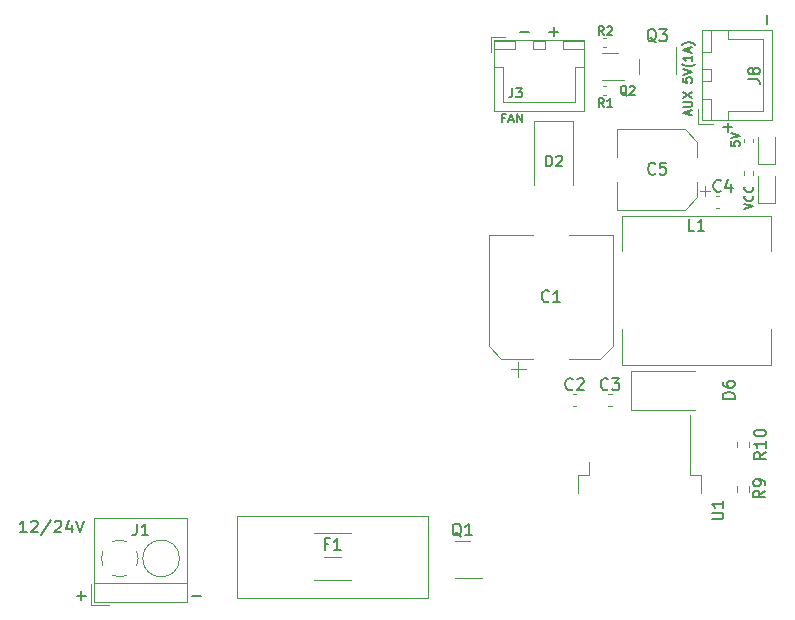
<source format=gbr>
%TF.GenerationSoftware,KiCad,Pcbnew,(6.0.4)*%
%TF.CreationDate,2022-05-06T21:58:48+01:00*%
%TF.ProjectId,PiPowerHAT,5069506f-7765-4724-9841-542e6b696361,rev?*%
%TF.SameCoordinates,Original*%
%TF.FileFunction,Legend,Top*%
%TF.FilePolarity,Positive*%
%FSLAX46Y46*%
G04 Gerber Fmt 4.6, Leading zero omitted, Abs format (unit mm)*
G04 Created by KiCad (PCBNEW (6.0.4)) date 2022-05-06 21:58:48*
%MOMM*%
%LPD*%
G01*
G04 APERTURE LIST*
%ADD10C,0.150000*%
%ADD11C,0.120000*%
G04 APERTURE END LIST*
D10*
X149321428Y-59430952D02*
X149321428Y-58669047D01*
X130869047Y-60071428D02*
X131630952Y-60071428D01*
X131250000Y-60452380D02*
X131250000Y-59690476D01*
X147389285Y-75100000D02*
X148139285Y-74850000D01*
X147389285Y-74600000D01*
X148067857Y-73921428D02*
X148103571Y-73957142D01*
X148139285Y-74064285D01*
X148139285Y-74135714D01*
X148103571Y-74242857D01*
X148032142Y-74314285D01*
X147960714Y-74350000D01*
X147817857Y-74385714D01*
X147710714Y-74385714D01*
X147567857Y-74350000D01*
X147496428Y-74314285D01*
X147425000Y-74242857D01*
X147389285Y-74135714D01*
X147389285Y-74064285D01*
X147425000Y-73957142D01*
X147460714Y-73921428D01*
X148067857Y-73171428D02*
X148103571Y-73207142D01*
X148139285Y-73314285D01*
X148139285Y-73385714D01*
X148103571Y-73492857D01*
X148032142Y-73564285D01*
X147960714Y-73600000D01*
X147817857Y-73635714D01*
X147710714Y-73635714D01*
X147567857Y-73600000D01*
X147496428Y-73564285D01*
X147425000Y-73492857D01*
X147389285Y-73385714D01*
X147389285Y-73314285D01*
X147425000Y-73207142D01*
X147460714Y-73171428D01*
X128369047Y-60071428D02*
X129130952Y-60071428D01*
X146239285Y-69342857D02*
X146239285Y-69700000D01*
X146596428Y-69735714D01*
X146560714Y-69700000D01*
X146525000Y-69628571D01*
X146525000Y-69450000D01*
X146560714Y-69378571D01*
X146596428Y-69342857D01*
X146667857Y-69307142D01*
X146846428Y-69307142D01*
X146917857Y-69342857D01*
X146953571Y-69378571D01*
X146989285Y-69450000D01*
X146989285Y-69628571D01*
X146953571Y-69700000D01*
X146917857Y-69735714D01*
X146239285Y-69092857D02*
X146989285Y-68842857D01*
X146239285Y-68592857D01*
X142725000Y-67071428D02*
X142725000Y-66714285D01*
X142939285Y-67142857D02*
X142189285Y-66892857D01*
X142939285Y-66642857D01*
X142189285Y-66392857D02*
X142796428Y-66392857D01*
X142867857Y-66357142D01*
X142903571Y-66321428D01*
X142939285Y-66250000D01*
X142939285Y-66107142D01*
X142903571Y-66035714D01*
X142867857Y-66000000D01*
X142796428Y-65964285D01*
X142189285Y-65964285D01*
X142189285Y-65678571D02*
X142939285Y-65178571D01*
X142189285Y-65178571D02*
X142939285Y-65678571D01*
X142189285Y-63964285D02*
X142189285Y-64321428D01*
X142546428Y-64357142D01*
X142510714Y-64321428D01*
X142475000Y-64250000D01*
X142475000Y-64071428D01*
X142510714Y-64000000D01*
X142546428Y-63964285D01*
X142617857Y-63928571D01*
X142796428Y-63928571D01*
X142867857Y-63964285D01*
X142903571Y-64000000D01*
X142939285Y-64071428D01*
X142939285Y-64250000D01*
X142903571Y-64321428D01*
X142867857Y-64357142D01*
X142189285Y-63714285D02*
X142939285Y-63464285D01*
X142189285Y-63214285D01*
X143225000Y-62750000D02*
X143189285Y-62785714D01*
X143082142Y-62857142D01*
X143010714Y-62892857D01*
X142903571Y-62928571D01*
X142725000Y-62964285D01*
X142582142Y-62964285D01*
X142403571Y-62928571D01*
X142296428Y-62892857D01*
X142225000Y-62857142D01*
X142117857Y-62785714D01*
X142082142Y-62750000D01*
X142939285Y-62071428D02*
X142939285Y-62500000D01*
X142939285Y-62285714D02*
X142189285Y-62285714D01*
X142296428Y-62357142D01*
X142367857Y-62428571D01*
X142403571Y-62500000D01*
X142725000Y-61785714D02*
X142725000Y-61428571D01*
X142939285Y-61857142D02*
X142189285Y-61607142D01*
X142939285Y-61357142D01*
X143225000Y-61178571D02*
X143189285Y-61142857D01*
X143082142Y-61071428D01*
X143010714Y-61035714D01*
X142903571Y-61000000D01*
X142725000Y-60964285D01*
X142582142Y-60964285D01*
X142403571Y-61000000D01*
X142296428Y-61035714D01*
X142225000Y-61071428D01*
X142117857Y-61142857D01*
X142082142Y-61178571D01*
X145971428Y-68530952D02*
X145971428Y-67769047D01*
X146352380Y-68150000D02*
X145590476Y-68150000D01*
X127092857Y-67346428D02*
X126842857Y-67346428D01*
X126842857Y-67739285D02*
X126842857Y-66989285D01*
X127200000Y-66989285D01*
X127450000Y-67525000D02*
X127807142Y-67525000D01*
X127378571Y-67739285D02*
X127628571Y-66989285D01*
X127878571Y-67739285D01*
X128128571Y-67739285D02*
X128128571Y-66989285D01*
X128557142Y-67739285D01*
X128557142Y-66989285D01*
X90869047Y-107821428D02*
X91630952Y-107821428D01*
X91250000Y-108202380D02*
X91250000Y-107440476D01*
X100619047Y-107821428D02*
X101380952Y-107821428D01*
X86604761Y-102452380D02*
X86033333Y-102452380D01*
X86319047Y-102452380D02*
X86319047Y-101452380D01*
X86223809Y-101595238D01*
X86128571Y-101690476D01*
X86033333Y-101738095D01*
X86985714Y-101547619D02*
X87033333Y-101500000D01*
X87128571Y-101452380D01*
X87366666Y-101452380D01*
X87461904Y-101500000D01*
X87509523Y-101547619D01*
X87557142Y-101642857D01*
X87557142Y-101738095D01*
X87509523Y-101880952D01*
X86938095Y-102452380D01*
X87557142Y-102452380D01*
X88700000Y-101404761D02*
X87842857Y-102690476D01*
X88985714Y-101547619D02*
X89033333Y-101500000D01*
X89128571Y-101452380D01*
X89366666Y-101452380D01*
X89461904Y-101500000D01*
X89509523Y-101547619D01*
X89557142Y-101642857D01*
X89557142Y-101738095D01*
X89509523Y-101880952D01*
X88938095Y-102452380D01*
X89557142Y-102452380D01*
X90414285Y-101785714D02*
X90414285Y-102452380D01*
X90176190Y-101404761D02*
X89938095Y-102119047D01*
X90557142Y-102119047D01*
X90795238Y-101452380D02*
X91128571Y-102452380D01*
X91461904Y-101452380D01*
%TO.C,J8*%
X147702380Y-64083333D02*
X148416666Y-64083333D01*
X148559523Y-64130952D01*
X148654761Y-64226190D01*
X148702380Y-64369047D01*
X148702380Y-64464285D01*
X148130952Y-63464285D02*
X148083333Y-63559523D01*
X148035714Y-63607142D01*
X147940476Y-63654761D01*
X147892857Y-63654761D01*
X147797619Y-63607142D01*
X147750000Y-63559523D01*
X147702380Y-63464285D01*
X147702380Y-63273809D01*
X147750000Y-63178571D01*
X147797619Y-63130952D01*
X147892857Y-63083333D01*
X147940476Y-63083333D01*
X148035714Y-63130952D01*
X148083333Y-63178571D01*
X148130952Y-63273809D01*
X148130952Y-63464285D01*
X148178571Y-63559523D01*
X148226190Y-63607142D01*
X148321428Y-63654761D01*
X148511904Y-63654761D01*
X148607142Y-63607142D01*
X148654761Y-63559523D01*
X148702380Y-63464285D01*
X148702380Y-63273809D01*
X148654761Y-63178571D01*
X148607142Y-63130952D01*
X148511904Y-63083333D01*
X148321428Y-63083333D01*
X148226190Y-63130952D01*
X148178571Y-63178571D01*
X148130952Y-63273809D01*
%TO.C,R2*%
X135475000Y-60339285D02*
X135225000Y-59982142D01*
X135046428Y-60339285D02*
X135046428Y-59589285D01*
X135332142Y-59589285D01*
X135403571Y-59625000D01*
X135439285Y-59660714D01*
X135475000Y-59732142D01*
X135475000Y-59839285D01*
X135439285Y-59910714D01*
X135403571Y-59946428D01*
X135332142Y-59982142D01*
X135046428Y-59982142D01*
X135760714Y-59660714D02*
X135796428Y-59625000D01*
X135867857Y-59589285D01*
X136046428Y-59589285D01*
X136117857Y-59625000D01*
X136153571Y-59660714D01*
X136189285Y-59732142D01*
X136189285Y-59803571D01*
X136153571Y-59910714D01*
X135725000Y-60339285D01*
X136189285Y-60339285D01*
%TO.C,R9*%
X149132380Y-98916666D02*
X148656190Y-99250000D01*
X149132380Y-99488095D02*
X148132380Y-99488095D01*
X148132380Y-99107142D01*
X148180000Y-99011904D01*
X148227619Y-98964285D01*
X148322857Y-98916666D01*
X148465714Y-98916666D01*
X148560952Y-98964285D01*
X148608571Y-99011904D01*
X148656190Y-99107142D01*
X148656190Y-99488095D01*
X149132380Y-98440476D02*
X149132380Y-98250000D01*
X149084761Y-98154761D01*
X149037142Y-98107142D01*
X148894285Y-98011904D01*
X148703809Y-97964285D01*
X148322857Y-97964285D01*
X148227619Y-98011904D01*
X148180000Y-98059523D01*
X148132380Y-98154761D01*
X148132380Y-98345238D01*
X148180000Y-98440476D01*
X148227619Y-98488095D01*
X148322857Y-98535714D01*
X148560952Y-98535714D01*
X148656190Y-98488095D01*
X148703809Y-98440476D01*
X148751428Y-98345238D01*
X148751428Y-98154761D01*
X148703809Y-98059523D01*
X148656190Y-98011904D01*
X148560952Y-97964285D01*
%TO.C,Q2*%
X137428571Y-65460714D02*
X137357142Y-65425000D01*
X137285714Y-65353571D01*
X137178571Y-65246428D01*
X137107142Y-65210714D01*
X137035714Y-65210714D01*
X137071428Y-65389285D02*
X137000000Y-65353571D01*
X136928571Y-65282142D01*
X136892857Y-65139285D01*
X136892857Y-64889285D01*
X136928571Y-64746428D01*
X137000000Y-64675000D01*
X137071428Y-64639285D01*
X137214285Y-64639285D01*
X137285714Y-64675000D01*
X137357142Y-64746428D01*
X137392857Y-64889285D01*
X137392857Y-65139285D01*
X137357142Y-65282142D01*
X137285714Y-65353571D01*
X137214285Y-65389285D01*
X137071428Y-65389285D01*
X137678571Y-64710714D02*
X137714285Y-64675000D01*
X137785714Y-64639285D01*
X137964285Y-64639285D01*
X138035714Y-64675000D01*
X138071428Y-64710714D01*
X138107142Y-64782142D01*
X138107142Y-64853571D01*
X138071428Y-64960714D01*
X137642857Y-65389285D01*
X138107142Y-65389285D01*
%TO.C,D2*%
X130585714Y-71457142D02*
X130585714Y-70557142D01*
X130800000Y-70557142D01*
X130928571Y-70600000D01*
X131014285Y-70685714D01*
X131057142Y-70771428D01*
X131100000Y-70942857D01*
X131100000Y-71071428D01*
X131057142Y-71242857D01*
X131014285Y-71328571D01*
X130928571Y-71414285D01*
X130800000Y-71457142D01*
X130585714Y-71457142D01*
X131442857Y-70642857D02*
X131485714Y-70600000D01*
X131571428Y-70557142D01*
X131785714Y-70557142D01*
X131871428Y-70600000D01*
X131914285Y-70642857D01*
X131957142Y-70728571D01*
X131957142Y-70814285D01*
X131914285Y-70942857D01*
X131400000Y-71457142D01*
X131957142Y-71457142D01*
%TO.C,J1*%
X95916666Y-101702380D02*
X95916666Y-102416666D01*
X95869047Y-102559523D01*
X95773809Y-102654761D01*
X95630952Y-102702380D01*
X95535714Y-102702380D01*
X96916666Y-102702380D02*
X96345238Y-102702380D01*
X96630952Y-102702380D02*
X96630952Y-101702380D01*
X96535714Y-101845238D01*
X96440476Y-101940476D01*
X96345238Y-101988095D01*
%TO.C,C3*%
X135833333Y-90307142D02*
X135785714Y-90354761D01*
X135642857Y-90402380D01*
X135547619Y-90402380D01*
X135404761Y-90354761D01*
X135309523Y-90259523D01*
X135261904Y-90164285D01*
X135214285Y-89973809D01*
X135214285Y-89830952D01*
X135261904Y-89640476D01*
X135309523Y-89545238D01*
X135404761Y-89450000D01*
X135547619Y-89402380D01*
X135642857Y-89402380D01*
X135785714Y-89450000D01*
X135833333Y-89497619D01*
X136166666Y-89402380D02*
X136785714Y-89402380D01*
X136452380Y-89783333D01*
X136595238Y-89783333D01*
X136690476Y-89830952D01*
X136738095Y-89878571D01*
X136785714Y-89973809D01*
X136785714Y-90211904D01*
X136738095Y-90307142D01*
X136690476Y-90354761D01*
X136595238Y-90402380D01*
X136309523Y-90402380D01*
X136214285Y-90354761D01*
X136166666Y-90307142D01*
%TO.C,C5*%
X139833333Y-72057142D02*
X139785714Y-72104761D01*
X139642857Y-72152380D01*
X139547619Y-72152380D01*
X139404761Y-72104761D01*
X139309523Y-72009523D01*
X139261904Y-71914285D01*
X139214285Y-71723809D01*
X139214285Y-71580952D01*
X139261904Y-71390476D01*
X139309523Y-71295238D01*
X139404761Y-71200000D01*
X139547619Y-71152380D01*
X139642857Y-71152380D01*
X139785714Y-71200000D01*
X139833333Y-71247619D01*
X140738095Y-71152380D02*
X140261904Y-71152380D01*
X140214285Y-71628571D01*
X140261904Y-71580952D01*
X140357142Y-71533333D01*
X140595238Y-71533333D01*
X140690476Y-71580952D01*
X140738095Y-71628571D01*
X140785714Y-71723809D01*
X140785714Y-71961904D01*
X140738095Y-72057142D01*
X140690476Y-72104761D01*
X140595238Y-72152380D01*
X140357142Y-72152380D01*
X140261904Y-72104761D01*
X140214285Y-72057142D01*
%TO.C,Q1*%
X123404761Y-102797619D02*
X123309523Y-102750000D01*
X123214285Y-102654761D01*
X123071428Y-102511904D01*
X122976190Y-102464285D01*
X122880952Y-102464285D01*
X122928571Y-102702380D02*
X122833333Y-102654761D01*
X122738095Y-102559523D01*
X122690476Y-102369047D01*
X122690476Y-102035714D01*
X122738095Y-101845238D01*
X122833333Y-101750000D01*
X122928571Y-101702380D01*
X123119047Y-101702380D01*
X123214285Y-101750000D01*
X123309523Y-101845238D01*
X123357142Y-102035714D01*
X123357142Y-102369047D01*
X123309523Y-102559523D01*
X123214285Y-102654761D01*
X123119047Y-102702380D01*
X122928571Y-102702380D01*
X124309523Y-102702380D02*
X123738095Y-102702380D01*
X124023809Y-102702380D02*
X124023809Y-101702380D01*
X123928571Y-101845238D01*
X123833333Y-101940476D01*
X123738095Y-101988095D01*
%TO.C,R1*%
X135475000Y-66439285D02*
X135225000Y-66082142D01*
X135046428Y-66439285D02*
X135046428Y-65689285D01*
X135332142Y-65689285D01*
X135403571Y-65725000D01*
X135439285Y-65760714D01*
X135475000Y-65832142D01*
X135475000Y-65939285D01*
X135439285Y-66010714D01*
X135403571Y-66046428D01*
X135332142Y-66082142D01*
X135046428Y-66082142D01*
X136189285Y-66439285D02*
X135760714Y-66439285D01*
X135975000Y-66439285D02*
X135975000Y-65689285D01*
X135903571Y-65796428D01*
X135832142Y-65867857D01*
X135760714Y-65903571D01*
%TO.C,Q3*%
X139904761Y-60947619D02*
X139809523Y-60900000D01*
X139714285Y-60804761D01*
X139571428Y-60661904D01*
X139476190Y-60614285D01*
X139380952Y-60614285D01*
X139428571Y-60852380D02*
X139333333Y-60804761D01*
X139238095Y-60709523D01*
X139190476Y-60519047D01*
X139190476Y-60185714D01*
X139238095Y-59995238D01*
X139333333Y-59900000D01*
X139428571Y-59852380D01*
X139619047Y-59852380D01*
X139714285Y-59900000D01*
X139809523Y-59995238D01*
X139857142Y-60185714D01*
X139857142Y-60519047D01*
X139809523Y-60709523D01*
X139714285Y-60804761D01*
X139619047Y-60852380D01*
X139428571Y-60852380D01*
X140190476Y-59852380D02*
X140809523Y-59852380D01*
X140476190Y-60233333D01*
X140619047Y-60233333D01*
X140714285Y-60280952D01*
X140761904Y-60328571D01*
X140809523Y-60423809D01*
X140809523Y-60661904D01*
X140761904Y-60757142D01*
X140714285Y-60804761D01*
X140619047Y-60852380D01*
X140333333Y-60852380D01*
X140238095Y-60804761D01*
X140190476Y-60757142D01*
%TO.C,C4*%
X145383333Y-73507142D02*
X145335714Y-73554761D01*
X145192857Y-73602380D01*
X145097619Y-73602380D01*
X144954761Y-73554761D01*
X144859523Y-73459523D01*
X144811904Y-73364285D01*
X144764285Y-73173809D01*
X144764285Y-73030952D01*
X144811904Y-72840476D01*
X144859523Y-72745238D01*
X144954761Y-72650000D01*
X145097619Y-72602380D01*
X145192857Y-72602380D01*
X145335714Y-72650000D01*
X145383333Y-72697619D01*
X146240476Y-72935714D02*
X146240476Y-73602380D01*
X146002380Y-72554761D02*
X145764285Y-73269047D01*
X146383333Y-73269047D01*
%TO.C,U1*%
X144602380Y-101336904D02*
X145411904Y-101336904D01*
X145507142Y-101289285D01*
X145554761Y-101241666D01*
X145602380Y-101146428D01*
X145602380Y-100955952D01*
X145554761Y-100860714D01*
X145507142Y-100813095D01*
X145411904Y-100765476D01*
X144602380Y-100765476D01*
X145602380Y-99765476D02*
X145602380Y-100336904D01*
X145602380Y-100051190D02*
X144602380Y-100051190D01*
X144745238Y-100146428D01*
X144840476Y-100241666D01*
X144888095Y-100336904D01*
%TO.C,F1*%
X112166666Y-103428571D02*
X111833333Y-103428571D01*
X111833333Y-103952380D02*
X111833333Y-102952380D01*
X112309523Y-102952380D01*
X113214285Y-103952380D02*
X112642857Y-103952380D01*
X112928571Y-103952380D02*
X112928571Y-102952380D01*
X112833333Y-103095238D01*
X112738095Y-103190476D01*
X112642857Y-103238095D01*
%TO.C,D6*%
X146552380Y-91138095D02*
X145552380Y-91138095D01*
X145552380Y-90900000D01*
X145600000Y-90757142D01*
X145695238Y-90661904D01*
X145790476Y-90614285D01*
X145980952Y-90566666D01*
X146123809Y-90566666D01*
X146314285Y-90614285D01*
X146409523Y-90661904D01*
X146504761Y-90757142D01*
X146552380Y-90900000D01*
X146552380Y-91138095D01*
X145552380Y-89709523D02*
X145552380Y-89900000D01*
X145600000Y-89995238D01*
X145647619Y-90042857D01*
X145790476Y-90138095D01*
X145980952Y-90185714D01*
X146361904Y-90185714D01*
X146457142Y-90138095D01*
X146504761Y-90090476D01*
X146552380Y-89995238D01*
X146552380Y-89804761D01*
X146504761Y-89709523D01*
X146457142Y-89661904D01*
X146361904Y-89614285D01*
X146123809Y-89614285D01*
X146028571Y-89661904D01*
X145980952Y-89709523D01*
X145933333Y-89804761D01*
X145933333Y-89995238D01*
X145980952Y-90090476D01*
X146028571Y-90138095D01*
X146123809Y-90185714D01*
%TO.C,J3*%
X127733333Y-64811904D02*
X127733333Y-65383333D01*
X127695238Y-65497619D01*
X127619047Y-65573809D01*
X127504761Y-65611904D01*
X127428571Y-65611904D01*
X128038095Y-64811904D02*
X128533333Y-64811904D01*
X128266666Y-65116666D01*
X128380952Y-65116666D01*
X128457142Y-65154761D01*
X128495238Y-65192857D01*
X128533333Y-65269047D01*
X128533333Y-65459523D01*
X128495238Y-65535714D01*
X128457142Y-65573809D01*
X128380952Y-65611904D01*
X128152380Y-65611904D01*
X128076190Y-65573809D01*
X128038095Y-65535714D01*
%TO.C,C1*%
X130833333Y-82857142D02*
X130785714Y-82904761D01*
X130642857Y-82952380D01*
X130547619Y-82952380D01*
X130404761Y-82904761D01*
X130309523Y-82809523D01*
X130261904Y-82714285D01*
X130214285Y-82523809D01*
X130214285Y-82380952D01*
X130261904Y-82190476D01*
X130309523Y-82095238D01*
X130404761Y-82000000D01*
X130547619Y-81952380D01*
X130642857Y-81952380D01*
X130785714Y-82000000D01*
X130833333Y-82047619D01*
X131785714Y-82952380D02*
X131214285Y-82952380D01*
X131500000Y-82952380D02*
X131500000Y-81952380D01*
X131404761Y-82095238D01*
X131309523Y-82190476D01*
X131214285Y-82238095D01*
%TO.C,C2*%
X132833333Y-90307142D02*
X132785714Y-90354761D01*
X132642857Y-90402380D01*
X132547619Y-90402380D01*
X132404761Y-90354761D01*
X132309523Y-90259523D01*
X132261904Y-90164285D01*
X132214285Y-89973809D01*
X132214285Y-89830952D01*
X132261904Y-89640476D01*
X132309523Y-89545238D01*
X132404761Y-89450000D01*
X132547619Y-89402380D01*
X132642857Y-89402380D01*
X132785714Y-89450000D01*
X132833333Y-89497619D01*
X133214285Y-89497619D02*
X133261904Y-89450000D01*
X133357142Y-89402380D01*
X133595238Y-89402380D01*
X133690476Y-89450000D01*
X133738095Y-89497619D01*
X133785714Y-89592857D01*
X133785714Y-89688095D01*
X133738095Y-89830952D01*
X133166666Y-90402380D01*
X133785714Y-90402380D01*
%TO.C,L1*%
X143133333Y-76902380D02*
X142657142Y-76902380D01*
X142657142Y-75902380D01*
X143990476Y-76902380D02*
X143419047Y-76902380D01*
X143704761Y-76902380D02*
X143704761Y-75902380D01*
X143609523Y-76045238D01*
X143514285Y-76140476D01*
X143419047Y-76188095D01*
%TO.C,R10*%
X149202380Y-95642857D02*
X148726190Y-95976190D01*
X149202380Y-96214285D02*
X148202380Y-96214285D01*
X148202380Y-95833333D01*
X148250000Y-95738095D01*
X148297619Y-95690476D01*
X148392857Y-95642857D01*
X148535714Y-95642857D01*
X148630952Y-95690476D01*
X148678571Y-95738095D01*
X148726190Y-95833333D01*
X148726190Y-96214285D01*
X149202380Y-94690476D02*
X149202380Y-95261904D01*
X149202380Y-94976190D02*
X148202380Y-94976190D01*
X148345238Y-95071428D01*
X148440476Y-95166666D01*
X148488095Y-95261904D01*
X148202380Y-94071428D02*
X148202380Y-93976190D01*
X148250000Y-93880952D01*
X148297619Y-93833333D01*
X148392857Y-93785714D01*
X148583333Y-93738095D01*
X148821428Y-93738095D01*
X149011904Y-93785714D01*
X149107142Y-93833333D01*
X149154761Y-93880952D01*
X149202380Y-93976190D01*
X149202380Y-94071428D01*
X149154761Y-94166666D01*
X149107142Y-94214285D01*
X149011904Y-94261904D01*
X148821428Y-94309523D01*
X148583333Y-94309523D01*
X148392857Y-94261904D01*
X148297619Y-94214285D01*
X148250000Y-94166666D01*
X148202380Y-94071428D01*
D11*
%TO.C,J8*%
X144525000Y-65750000D02*
X143775000Y-65750000D01*
X146025000Y-59950000D02*
X146025000Y-60700000D01*
X144525000Y-64250000D02*
X144525000Y-63250000D01*
X143775000Y-67550000D02*
X144525000Y-67550000D01*
X143765000Y-67560000D02*
X149735000Y-67560000D01*
X143475000Y-67850000D02*
X144725000Y-67850000D01*
X146025000Y-67550000D02*
X146025000Y-66800000D01*
X143775000Y-63250000D02*
X143775000Y-64250000D01*
X146025000Y-66800000D02*
X148975000Y-66800000D01*
X148975000Y-60700000D02*
X148975000Y-63750000D01*
X144525000Y-67550000D02*
X144525000Y-65750000D01*
X144525000Y-63250000D02*
X143775000Y-63250000D01*
X149735000Y-59940000D02*
X143765000Y-59940000D01*
X144525000Y-59950000D02*
X143775000Y-59950000D01*
X148975000Y-66800000D02*
X148975000Y-63750000D01*
X143775000Y-65750000D02*
X143775000Y-67550000D01*
X146025000Y-60700000D02*
X148975000Y-60700000D01*
X144525000Y-61750000D02*
X144525000Y-59950000D01*
X143775000Y-59950000D02*
X143775000Y-61750000D01*
X143475000Y-66600000D02*
X143475000Y-67850000D01*
X149735000Y-67560000D02*
X149735000Y-59940000D01*
X143765000Y-59940000D02*
X143765000Y-67560000D01*
X143775000Y-61750000D02*
X144525000Y-61750000D01*
X143775000Y-64250000D02*
X144525000Y-64250000D01*
%TO.C,R2*%
X135396359Y-60620000D02*
X135703641Y-60620000D01*
X135396359Y-61380000D02*
X135703641Y-61380000D01*
%TO.C,R9*%
X147772500Y-98512742D02*
X147772500Y-98987258D01*
X146727500Y-98512742D02*
X146727500Y-98987258D01*
%TO.C,Q2*%
X135300000Y-64160000D02*
X137200000Y-64160000D01*
X136700000Y-61840000D02*
X135300000Y-61840000D01*
%TO.C,D2*%
X132900000Y-67600000D02*
X132900000Y-73000000D01*
X132900000Y-67600000D02*
X129600000Y-67600000D01*
X129600000Y-67600000D02*
X129600000Y-73000000D01*
%TO.C,J1*%
X92340000Y-106750000D02*
X100160000Y-106750000D01*
X92340000Y-101190000D02*
X92340000Y-108310000D01*
X92100000Y-106810000D02*
X92100000Y-108550000D01*
X100160000Y-101190000D02*
X100160000Y-108310000D01*
X92340000Y-101190000D02*
X100160000Y-101190000D01*
X92340000Y-108310000D02*
X100160000Y-108310000D01*
X92100000Y-108550000D02*
X93600000Y-108550000D01*
X95932000Y-105258000D02*
G75*
G03*
X95932109Y-104042258I-1432003J607999D01*
G01*
X95108000Y-103218000D02*
G75*
G03*
X93892258Y-103217891I-608000J-1432000D01*
G01*
X93068000Y-104042000D02*
G75*
G03*
X93067891Y-105257742I1432000J-608000D01*
G01*
X93892000Y-106082000D02*
G75*
G03*
X94527011Y-106205493I607998J1431988D01*
G01*
X94500000Y-106205000D02*
G75*
G03*
X95107587Y-106081385I0J1555000D01*
G01*
X99555000Y-104650000D02*
G75*
G03*
X99555000Y-104650000I-1555000J0D01*
G01*
%TO.C,C3*%
X136140580Y-90740000D02*
X135859420Y-90740000D01*
X136140580Y-91760000D02*
X135859420Y-91760000D01*
%TO.C,C5*%
X143410000Y-74045563D02*
X143410000Y-72760000D01*
X143410000Y-69354437D02*
X143410000Y-70640000D01*
X142345563Y-75110000D02*
X136590000Y-75110000D01*
X144043750Y-73941250D02*
X144043750Y-73153750D01*
X143410000Y-69354437D02*
X142345563Y-68290000D01*
X144437500Y-73547500D02*
X143650000Y-73547500D01*
X136590000Y-68290000D02*
X136590000Y-70640000D01*
X142345563Y-68290000D02*
X136590000Y-68290000D01*
X136590000Y-75110000D02*
X136590000Y-72760000D01*
X143410000Y-74045563D02*
X142345563Y-75110000D01*
%TO.C,Q1*%
X123500000Y-103190000D02*
X124150000Y-103190000D01*
X123500000Y-106310000D02*
X122850000Y-106310000D01*
X123500000Y-103190000D02*
X122850000Y-103190000D01*
X123500000Y-106310000D02*
X125175000Y-106310000D01*
%TO.C,R1*%
X135396359Y-65380000D02*
X135703641Y-65380000D01*
X135396359Y-64620000D02*
X135703641Y-64620000D01*
%TO.C,Q3*%
X141560000Y-63000000D02*
X141560000Y-61325000D01*
X138440000Y-63000000D02*
X138440000Y-63650000D01*
X141560000Y-63000000D02*
X141560000Y-63650000D01*
X138440000Y-63000000D02*
X138440000Y-62350000D01*
%TO.C,C4*%
X145265580Y-73990000D02*
X144984420Y-73990000D01*
X145265580Y-75010000D02*
X144984420Y-75010000D01*
%TO.C,U1*%
X142750000Y-97625000D02*
X142750000Y-92500000D01*
X133300000Y-99125000D02*
X133300000Y-97625000D01*
X143700000Y-99125000D02*
X143700000Y-97625000D01*
X134250000Y-97625000D02*
X134250000Y-96525000D01*
X143700000Y-97625000D02*
X142750000Y-97625000D01*
X133300000Y-97625000D02*
X134250000Y-97625000D01*
%TO.C,R6*%
X147370000Y-69096359D02*
X147370000Y-69403641D01*
X148130000Y-69096359D02*
X148130000Y-69403641D01*
%TO.C,F1*%
X114100000Y-106500000D02*
X110900000Y-106500000D01*
X120600000Y-107970000D02*
X120600000Y-101030000D01*
X120600000Y-101030000D02*
X104400000Y-101030000D01*
X110900000Y-102500000D02*
X114100000Y-102500000D01*
X104400000Y-107970000D02*
X120600000Y-107970000D01*
X104400000Y-101030000D02*
X104400000Y-107970000D01*
X111750000Y-104500000D02*
X113250000Y-104500000D01*
%TO.C,D6*%
X137800000Y-92050000D02*
X143200000Y-92050000D01*
X137800000Y-88750000D02*
X143200000Y-88750000D01*
X137800000Y-88750000D02*
X137800000Y-92050000D01*
%TO.C,J3*%
X132000000Y-60800000D02*
X132000000Y-61550000D01*
X130500000Y-60800000D02*
X129500000Y-60800000D01*
X126200000Y-61550000D02*
X128000000Y-61550000D01*
X127150000Y-60500000D02*
X125900000Y-60500000D01*
X126200000Y-63050000D02*
X126950000Y-63050000D01*
X128000000Y-60800000D02*
X126200000Y-60800000D01*
X132000000Y-61550000D02*
X133800000Y-61550000D01*
X130500000Y-61550000D02*
X130500000Y-60800000D01*
X128000000Y-61550000D02*
X128000000Y-60800000D01*
X133810000Y-66760000D02*
X133810000Y-60790000D01*
X126200000Y-60800000D02*
X126200000Y-61550000D01*
X133800000Y-60800000D02*
X132000000Y-60800000D01*
X126950000Y-66000000D02*
X130000000Y-66000000D01*
X133050000Y-66000000D02*
X130000000Y-66000000D01*
X126190000Y-60790000D02*
X126190000Y-66760000D01*
X129500000Y-60800000D02*
X129500000Y-61550000D01*
X126190000Y-66760000D02*
X133810000Y-66760000D01*
X133800000Y-63050000D02*
X133050000Y-63050000D01*
X133050000Y-63050000D02*
X133050000Y-66000000D01*
X126950000Y-63050000D02*
X126950000Y-66000000D01*
X129500000Y-61550000D02*
X130500000Y-61550000D01*
X133800000Y-61550000D02*
X133800000Y-60800000D01*
X125900000Y-60500000D02*
X125900000Y-61750000D01*
X133810000Y-60790000D02*
X126190000Y-60790000D01*
%TO.C,C1*%
X126804437Y-87760000D02*
X129490000Y-87760000D01*
X136260000Y-77240000D02*
X132510000Y-77240000D01*
X126804437Y-87760000D02*
X125740000Y-86695563D01*
X135195563Y-87760000D02*
X136260000Y-86695563D01*
X136260000Y-86695563D02*
X136260000Y-77240000D01*
X127615000Y-88625000D02*
X128865000Y-88625000D01*
X125740000Y-77240000D02*
X129490000Y-77240000D01*
X125740000Y-86695563D02*
X125740000Y-77240000D01*
X135195563Y-87760000D02*
X132510000Y-87760000D01*
X128240000Y-89250000D02*
X128240000Y-88000000D01*
%TO.C,C2*%
X133140580Y-91760000D02*
X132859420Y-91760000D01*
X133140580Y-90740000D02*
X132859420Y-90740000D01*
%TO.C,D5*%
X149985000Y-74522500D02*
X149985000Y-72237500D01*
X148515000Y-74522500D02*
X149985000Y-74522500D01*
X148515000Y-72237500D02*
X148515000Y-74522500D01*
%TO.C,D3*%
X148515000Y-68950000D02*
X148515000Y-71235000D01*
X149985000Y-71235000D02*
X149985000Y-68950000D01*
X148515000Y-71235000D02*
X149985000Y-71235000D01*
%TO.C,L1*%
X149600000Y-75650000D02*
X149600000Y-78650000D01*
X137000000Y-78650000D02*
X137000000Y-75650000D01*
X149600000Y-88250000D02*
X137000000Y-88250000D01*
X149600000Y-85250000D02*
X149600000Y-88250000D01*
X137000000Y-75650000D02*
X149600000Y-75650000D01*
X137000000Y-88250000D02*
X137000000Y-85250000D01*
%TO.C,R8*%
X147370000Y-72153641D02*
X147370000Y-71846359D01*
X148130000Y-72153641D02*
X148130000Y-71846359D01*
%TO.C,R10*%
X146727500Y-95237258D02*
X146727500Y-94762742D01*
X147772500Y-95237258D02*
X147772500Y-94762742D01*
%TD*%
M02*

</source>
